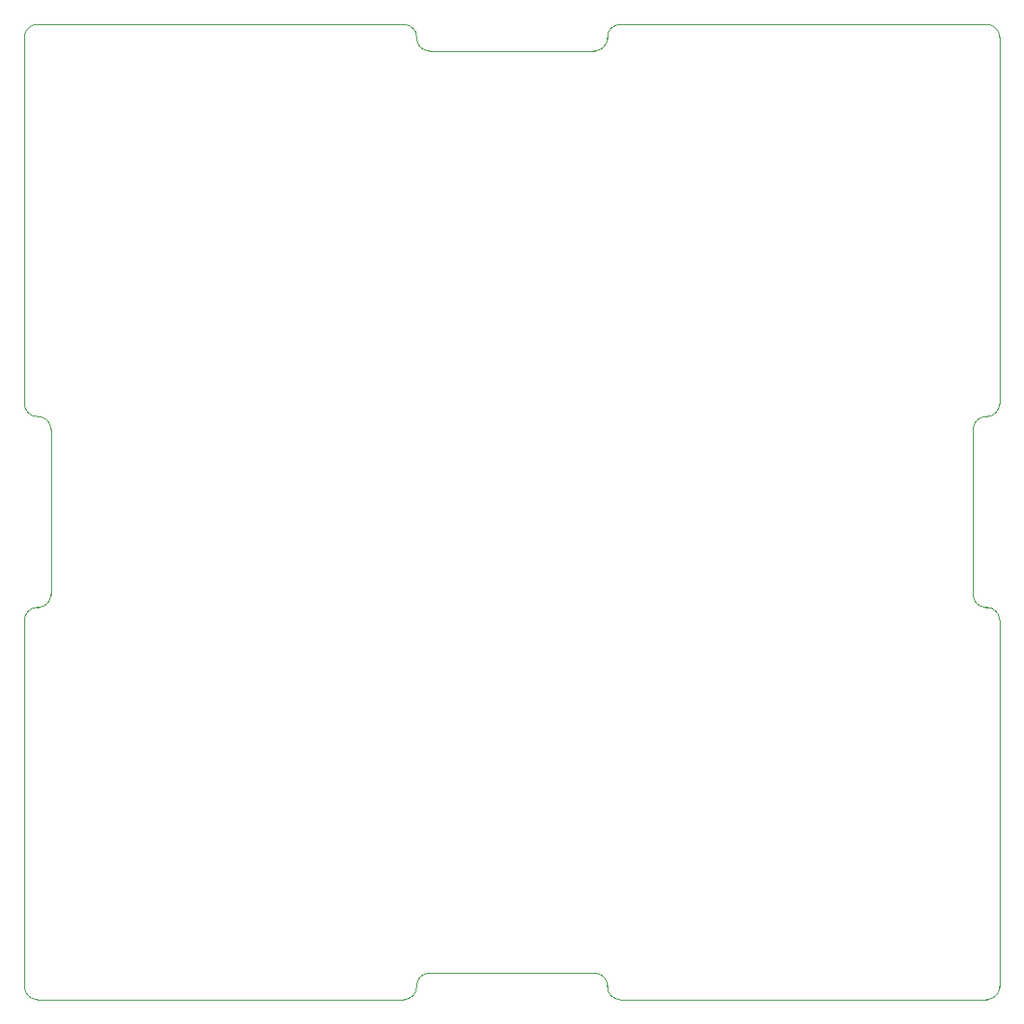
<source format=gbr>
%TF.GenerationSoftware,KiCad,Pcbnew,8.0.5*%
%TF.CreationDate,2024-10-21T02:11:07+05:30*%
%TF.ProjectId,EPS_PDB,4550535f-5044-4422-9e6b-696361645f70,rev?*%
%TF.SameCoordinates,Original*%
%TF.FileFunction,Profile,NP*%
%FSLAX46Y46*%
G04 Gerber Fmt 4.6, Leading zero omitted, Abs format (unit mm)*
G04 Created by KiCad (PCBNEW 8.0.5) date 2024-10-21 02:11:07*
%MOMM*%
%LPD*%
G01*
G04 APERTURE LIST*
%TA.AperFunction,Profile*%
%ADD10C,0.010000*%
%TD*%
G04 APERTURE END LIST*
D10*
X149082000Y-46690000D02*
G75*
G02*
X150282000Y-47890000I0J-1200000D01*
G01*
X168282000Y-47990000D02*
X168282000Y-47890000D01*
X114482000Y-46690000D02*
X149082000Y-46690000D01*
X204082000Y-83690000D02*
X203982000Y-83690000D01*
X150282000Y-137390000D02*
G75*
G02*
X151482000Y-136190000I1200000J0D01*
G01*
X205282000Y-82490000D02*
G75*
G02*
X204082000Y-83690000I-1200000J0D01*
G01*
X114582000Y-83690000D02*
X114482000Y-83690000D01*
X204082000Y-101690000D02*
G75*
G02*
X205282000Y-102890000I0J-1200000D01*
G01*
X150282000Y-47890000D02*
X150282000Y-47990000D01*
X114582000Y-83690000D02*
G75*
G02*
X115782000Y-84890000I0J-1200000D01*
G01*
X150282000Y-137490000D02*
G75*
G02*
X149082000Y-138690000I-1200000J0D01*
G01*
X114482000Y-101690000D02*
X114582000Y-101690000D01*
X204082000Y-138690000D02*
X169482000Y-138690000D01*
X115782000Y-100490000D02*
X115782000Y-84890000D01*
X168282000Y-47890000D02*
G75*
G02*
X169482000Y-46690000I1200000J0D01*
G01*
X113282000Y-102890000D02*
G75*
G02*
X114482000Y-101690000I1200000J0D01*
G01*
X169482000Y-46690000D02*
X204082000Y-46690000D01*
X167082000Y-136190000D02*
G75*
G02*
X168282000Y-137390000I0J-1200000D01*
G01*
X204082000Y-46690000D02*
G75*
G02*
X205282000Y-47890000I0J-1200000D01*
G01*
X202782000Y-84890000D02*
X202782000Y-100490000D01*
X114482000Y-83690000D02*
G75*
G02*
X113282000Y-82490000I0J1200000D01*
G01*
X150282000Y-137390000D02*
X150282000Y-137490000D01*
X113282000Y-47890000D02*
G75*
G02*
X114482000Y-46690000I1200000J0D01*
G01*
X205282000Y-47890000D02*
X205282000Y-82490000D01*
X203982000Y-101690000D02*
X204082000Y-101690000D01*
X205282000Y-102890000D02*
X205282000Y-137490000D01*
X168282000Y-47990000D02*
G75*
G02*
X167082000Y-49190000I-1200000J0D01*
G01*
X203982000Y-101690000D02*
G75*
G02*
X202782000Y-100490000I0J1200000D01*
G01*
X149082000Y-138690000D02*
X114482000Y-138690000D01*
X115782000Y-100490000D02*
G75*
G02*
X114582000Y-101690000I-1200000J0D01*
G01*
X113282000Y-82490000D02*
X113282000Y-47890000D01*
X168282000Y-137490000D02*
X168282000Y-137390000D01*
X167082000Y-136190000D02*
X151482000Y-136190000D01*
X151482000Y-49190000D02*
X167082000Y-49190000D01*
X169482000Y-138690000D02*
G75*
G02*
X168282000Y-137490000I0J1200000D01*
G01*
X113282000Y-137490000D02*
X113282000Y-102890000D01*
X202782000Y-84890000D02*
G75*
G02*
X203982000Y-83690000I1200000J0D01*
G01*
X151482000Y-49190000D02*
G75*
G02*
X150282000Y-47990000I0J1200000D01*
G01*
X205282000Y-137490000D02*
G75*
G02*
X204082000Y-138690000I-1200000J0D01*
G01*
X114482000Y-138690000D02*
G75*
G02*
X113282000Y-137490000I0J1200000D01*
G01*
M02*

</source>
